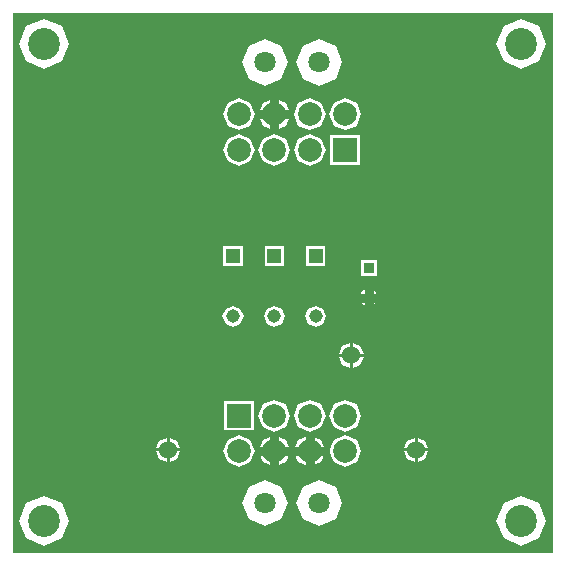
<source format=gbl>
G04*
G04 #@! TF.GenerationSoftware,Altium Limited,Altium Designer,19.1.7 (138)*
G04*
G04 Layer_Physical_Order=2*
G04 Layer_Color=16711680*
%FSLAX25Y25*%
%MOIN*%
G70*
G01*
G75*
%ADD20C,0.03000*%
%ADD23C,0.04500*%
%ADD24R,0.04500X0.04500*%
%ADD25C,0.07087*%
%ADD26R,0.07874X0.07874*%
%ADD27C,0.07874*%
%ADD28C,0.03543*%
%ADD29R,0.03543X0.03543*%
%ADD30C,0.10630*%
%ADD31C,0.06000*%
G36*
X169636Y-10581D02*
X-10187D01*
X-10187Y169243D01*
X169636D01*
Y-10581D01*
D02*
G37*
%LPC*%
G36*
X159055Y167382D02*
X153167Y164943D01*
X150728Y159055D01*
X153167Y153167D01*
X159055Y150728D01*
X164943Y153167D01*
X167382Y159055D01*
X164943Y164943D01*
X159055Y167382D01*
D02*
G37*
G36*
X0D02*
X-5888Y164943D01*
X-8327Y159055D01*
X-5888Y153167D01*
X0Y150728D01*
X5888Y153167D01*
X8327Y159055D01*
X5888Y164943D01*
X0Y167382D01*
D02*
G37*
G36*
X91732Y160443D02*
X86296Y158192D01*
X84045Y152756D01*
X86296Y147320D01*
X91732Y145068D01*
X97168Y147320D01*
X99420Y152756D01*
X97168Y158192D01*
X91732Y160443D01*
D02*
G37*
G36*
X73622D02*
X68186Y158192D01*
X65934Y152756D01*
X68186Y147320D01*
X73622Y145068D01*
X79058Y147320D01*
X81310Y152756D01*
X79058Y158192D01*
X73622Y160443D01*
D02*
G37*
G36*
X77272Y140570D02*
Y135933D01*
X81908D01*
X80550Y139212D01*
X77272Y140570D01*
D02*
G37*
G36*
X76272D02*
X72993Y139212D01*
X71635Y135933D01*
X76272D01*
Y140570D01*
D02*
G37*
G36*
X81908Y134933D02*
X77272D01*
Y130296D01*
X80550Y131654D01*
X81908Y134933D01*
D02*
G37*
G36*
X76272D02*
X71635D01*
X72993Y131654D01*
X76272Y130296D01*
Y134933D01*
D02*
G37*
G36*
X100394Y140777D02*
X96615Y139212D01*
X95050Y135433D01*
X96615Y131654D01*
X100394Y130089D01*
X104172Y131654D01*
X105737Y135433D01*
X104172Y139212D01*
X100394Y140777D01*
D02*
G37*
G36*
X88583D02*
X84804Y139212D01*
X83239Y135433D01*
X84804Y131654D01*
X88583Y130089D01*
X92361Y131654D01*
X93927Y135433D01*
X92361Y139212D01*
X88583Y140777D01*
D02*
G37*
G36*
X64961D02*
X61182Y139212D01*
X59617Y135433D01*
X61182Y131654D01*
X64961Y130089D01*
X68739Y131654D01*
X70304Y135433D01*
X68739Y139212D01*
X64961Y140777D01*
D02*
G37*
G36*
X105331Y128559D02*
X95457D01*
Y118685D01*
X105331D01*
Y128559D01*
D02*
G37*
G36*
X88583Y128966D02*
X84804Y127401D01*
X83239Y123622D01*
X84804Y119843D01*
X88583Y118278D01*
X92361Y119843D01*
X93927Y123622D01*
X92361Y127401D01*
X88583Y128966D01*
D02*
G37*
G36*
X76772D02*
X72993Y127401D01*
X71428Y123622D01*
X72993Y119843D01*
X76772Y118278D01*
X80550Y119843D01*
X82115Y123622D01*
X80550Y127401D01*
X76772Y128966D01*
D02*
G37*
G36*
X64961D02*
X61182Y127401D01*
X59617Y123622D01*
X61182Y119843D01*
X64961Y118278D01*
X68739Y119843D01*
X70304Y123622D01*
X68739Y127401D01*
X64961Y128966D01*
D02*
G37*
G36*
X93801Y91439D02*
X87301D01*
Y84939D01*
X93801D01*
Y91439D01*
D02*
G37*
G36*
X80022D02*
X73522D01*
Y84939D01*
X80022D01*
Y91439D01*
D02*
G37*
G36*
X66242D02*
X59742D01*
Y84939D01*
X66242D01*
Y91439D01*
D02*
G37*
G36*
X111039Y87024D02*
X105496D01*
Y81480D01*
X111039D01*
Y87024D01*
D02*
G37*
G36*
X108768Y77202D02*
Y74910D01*
X111061D01*
X110389Y76531D01*
X108768Y77202D01*
D02*
G37*
G36*
X107768Y77202D02*
X106146Y76531D01*
X105475Y74910D01*
X107768D01*
Y77202D01*
D02*
G37*
G36*
Y73909D02*
X105475D01*
X106146Y72288D01*
X107768Y71617D01*
Y73909D01*
D02*
G37*
G36*
X111061D02*
X108768D01*
Y71617D01*
X110389Y72288D01*
X111061Y73909D01*
D02*
G37*
G36*
X90551Y71707D02*
X88064Y70676D01*
X87033Y68189D01*
X88064Y65702D01*
X90551Y64671D01*
X93039Y65702D01*
X94069Y68189D01*
X93039Y70676D01*
X90551Y71707D01*
D02*
G37*
G36*
X76772D02*
X74284Y70676D01*
X73254Y68189D01*
X74284Y65702D01*
X76772Y64671D01*
X79259Y65702D01*
X80289Y68189D01*
X79259Y70676D01*
X76772Y71707D01*
D02*
G37*
G36*
X62992D02*
X60505Y70676D01*
X59474Y68189D01*
X60505Y65702D01*
X62992Y64671D01*
X65480Y65702D01*
X66510Y68189D01*
X65480Y70676D01*
X62992Y71707D01*
D02*
G37*
G36*
X102862Y59241D02*
Y55618D01*
X106485D01*
X105424Y58180D01*
X102862Y59241D01*
D02*
G37*
G36*
X101862D02*
X99301Y58180D01*
X98240Y55618D01*
X101862D01*
Y59241D01*
D02*
G37*
G36*
X106485Y54618D02*
X102862D01*
Y50996D01*
X105424Y52057D01*
X106485Y54618D01*
D02*
G37*
G36*
X101862D02*
X98240D01*
X99301Y52057D01*
X101862Y50996D01*
Y54618D01*
D02*
G37*
G36*
X69898Y39976D02*
X60024D01*
Y30102D01*
X69898D01*
Y39976D01*
D02*
G37*
G36*
X100394Y40383D02*
X96615Y38818D01*
X95050Y35039D01*
X96615Y31261D01*
X100394Y29696D01*
X104172Y31261D01*
X105737Y35039D01*
X104172Y38818D01*
X100394Y40383D01*
D02*
G37*
G36*
X88583D02*
X84804Y38818D01*
X83239Y35039D01*
X84804Y31261D01*
X88583Y29696D01*
X92361Y31261D01*
X93927Y35039D01*
X92361Y38818D01*
X88583Y40383D01*
D02*
G37*
G36*
X76772D02*
X72993Y38818D01*
X71428Y35039D01*
X72993Y31261D01*
X76772Y29696D01*
X80550Y31261D01*
X82115Y35039D01*
X80550Y38818D01*
X76772Y40383D01*
D02*
G37*
G36*
X124516Y27744D02*
Y24122D01*
X128138D01*
X127077Y26684D01*
X124516Y27744D01*
D02*
G37*
G36*
X123516D02*
X120954Y26684D01*
X119893Y24122D01*
X123516D01*
Y27744D01*
D02*
G37*
G36*
X41839D02*
Y24122D01*
X45461D01*
X44400Y26684D01*
X41839Y27744D01*
D02*
G37*
G36*
X40839D02*
X38277Y26684D01*
X37216Y24122D01*
X40839D01*
Y27744D01*
D02*
G37*
G36*
X89083Y28365D02*
Y23728D01*
X93719D01*
X92361Y27007D01*
X89083Y28365D01*
D02*
G37*
G36*
X77272Y28365D02*
Y23728D01*
X81908D01*
X80550Y27007D01*
X77272Y28365D01*
D02*
G37*
G36*
X76272Y28365D02*
X72993Y27007D01*
X71635Y23728D01*
X76272D01*
Y28365D01*
D02*
G37*
G36*
X88083Y28365D02*
X84804Y27007D01*
X83446Y23728D01*
X88083D01*
Y28365D01*
D02*
G37*
G36*
X45461Y23122D02*
X41839D01*
Y19500D01*
X44400Y20561D01*
X45461Y23122D01*
D02*
G37*
G36*
X40839D02*
X37216D01*
X38277Y20561D01*
X40839Y19500D01*
Y23122D01*
D02*
G37*
G36*
X128138D02*
X124516D01*
Y19500D01*
X127077Y20561D01*
X128138Y23122D01*
D02*
G37*
G36*
X123516D02*
X119893D01*
X120954Y20561D01*
X123516Y19500D01*
Y23122D01*
D02*
G37*
G36*
X76272Y22728D02*
X71635D01*
X72993Y19450D01*
X76272Y18092D01*
Y22728D01*
D02*
G37*
G36*
X93719D02*
X89083D01*
Y18092D01*
X92361Y19450D01*
X93719Y22728D01*
D02*
G37*
G36*
X88083D02*
X83446D01*
X84804Y19450D01*
X88083Y18092D01*
Y22728D01*
D02*
G37*
G36*
X81908D02*
X77272D01*
Y18092D01*
X80550Y19450D01*
X81908Y22728D01*
D02*
G37*
G36*
X100394Y28572D02*
X96615Y27007D01*
X95050Y23228D01*
X96615Y19450D01*
X100394Y17885D01*
X104172Y19450D01*
X105737Y23228D01*
X104172Y27007D01*
X100394Y28572D01*
D02*
G37*
G36*
X64961D02*
X61182Y27007D01*
X59617Y23228D01*
X61182Y19450D01*
X64961Y17885D01*
X68739Y19450D01*
X70304Y23228D01*
X68739Y27007D01*
X64961Y28572D01*
D02*
G37*
G36*
X91732Y13593D02*
X86296Y11341D01*
X84045Y5906D01*
X86296Y470D01*
X91732Y-1782D01*
X97168Y470D01*
X99420Y5906D01*
X97168Y11341D01*
X91732Y13593D01*
D02*
G37*
G36*
X73622D02*
X68186Y11341D01*
X65934Y5906D01*
X68186Y470D01*
X73622Y-1782D01*
X79058Y470D01*
X81310Y5906D01*
X79058Y11341D01*
X73622Y13593D01*
D02*
G37*
G36*
X159055Y8327D02*
X153167Y5888D01*
X150728Y0D01*
X153167Y-5888D01*
X159055Y-8327D01*
X164943Y-5888D01*
X167382Y0D01*
X164943Y5888D01*
X159055Y8327D01*
D02*
G37*
G36*
X0D02*
X-5888Y5888D01*
X-8327Y0D01*
X-5888Y-5888D01*
X0Y-8327D01*
X5888Y-5888D01*
X8327Y0D01*
X5888Y5888D01*
X0Y8327D01*
D02*
G37*
%LPD*%
D20*
X108268Y69488D02*
Y73425D01*
X109252Y74410D02*
X113189D01*
X105475D02*
X107283D01*
X108268Y75394D02*
Y79331D01*
X89567Y23228D02*
X93504D01*
X87598D02*
X88583D01*
X89567D01*
X83661D02*
X87598D01*
X88583D02*
Y28150D01*
Y22244D02*
Y23228D01*
Y17323D02*
Y22244D01*
X77756Y135433D02*
X81693D01*
X76772D02*
X77756D01*
X75787D02*
X76772D01*
Y136417D02*
Y140354D01*
Y134449D02*
Y135433D01*
X71850D02*
X75787D01*
X77756Y23228D02*
X81693D01*
X76772D02*
X77756D01*
X75787D02*
X76772D01*
X71850D02*
X75787D01*
X76772Y24213D02*
Y28150D01*
Y23228D02*
Y24213D01*
Y22244D02*
Y23228D01*
Y135433D02*
Y136417D01*
Y130512D02*
Y134449D01*
Y18307D02*
Y22244D01*
D23*
X90551Y68189D02*
D03*
X76772D02*
D03*
X62992D02*
D03*
D24*
X90551Y88189D02*
D03*
X76772D02*
D03*
X62992D02*
D03*
D25*
X73622Y5906D02*
D03*
X91732D02*
D03*
Y152756D02*
D03*
X73622D02*
D03*
D26*
X64961Y35039D02*
D03*
X100394Y123622D02*
D03*
D27*
X76772Y35039D02*
D03*
X88583D02*
D03*
X100394D02*
D03*
X64961Y23228D02*
D03*
X76772D02*
D03*
X88583D02*
D03*
X100394D02*
D03*
X88583Y123622D02*
D03*
X76772D02*
D03*
X64961D02*
D03*
X100394Y135433D02*
D03*
X88583D02*
D03*
X76772D02*
D03*
X64961D02*
D03*
D28*
X108268Y74410D02*
D03*
D29*
Y84252D02*
D03*
D30*
X0Y0D02*
D03*
X159055D02*
D03*
Y159055D02*
D03*
X0D02*
D03*
D31*
X102362Y55118D02*
D03*
X124016Y23622D02*
D03*
X41339D02*
D03*
M02*

</source>
